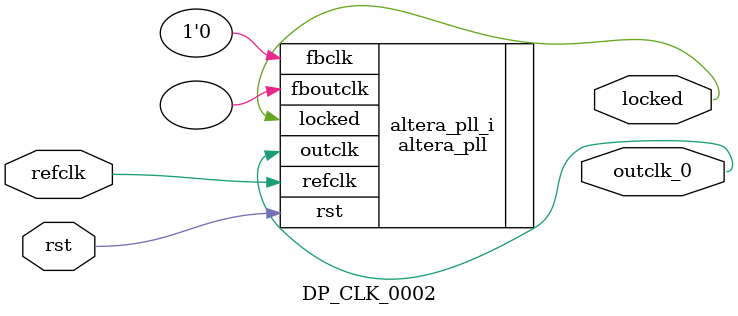
<source format=v>
`timescale 1ns/10ps
module  DP_CLK_0002(

	// interface 'refclk'
	input wire refclk,

	// interface 'reset'
	input wire rst,

	// interface 'outclk0'
	output wire outclk_0,

	// interface 'locked'
	output wire locked
);

	altera_pll #(
		.fractional_vco_multiplier("false"),
		.reference_clock_frequency("50.0 MHz"),
		.operation_mode("direct"),
		.number_of_clocks(1),
		.output_clock_frequency0("25.000000 MHz"),
		.phase_shift0("0 ps"),
		.duty_cycle0(50),
		.output_clock_frequency1("0 MHz"),
		.phase_shift1("0 ps"),
		.duty_cycle1(50),
		.output_clock_frequency2("0 MHz"),
		.phase_shift2("0 ps"),
		.duty_cycle2(50),
		.output_clock_frequency3("0 MHz"),
		.phase_shift3("0 ps"),
		.duty_cycle3(50),
		.output_clock_frequency4("0 MHz"),
		.phase_shift4("0 ps"),
		.duty_cycle4(50),
		.output_clock_frequency5("0 MHz"),
		.phase_shift5("0 ps"),
		.duty_cycle5(50),
		.output_clock_frequency6("0 MHz"),
		.phase_shift6("0 ps"),
		.duty_cycle6(50),
		.output_clock_frequency7("0 MHz"),
		.phase_shift7("0 ps"),
		.duty_cycle7(50),
		.output_clock_frequency8("0 MHz"),
		.phase_shift8("0 ps"),
		.duty_cycle8(50),
		.output_clock_frequency9("0 MHz"),
		.phase_shift9("0 ps"),
		.duty_cycle9(50),
		.output_clock_frequency10("0 MHz"),
		.phase_shift10("0 ps"),
		.duty_cycle10(50),
		.output_clock_frequency11("0 MHz"),
		.phase_shift11("0 ps"),
		.duty_cycle11(50),
		.output_clock_frequency12("0 MHz"),
		.phase_shift12("0 ps"),
		.duty_cycle12(50),
		.output_clock_frequency13("0 MHz"),
		.phase_shift13("0 ps"),
		.duty_cycle13(50),
		.output_clock_frequency14("0 MHz"),
		.phase_shift14("0 ps"),
		.duty_cycle14(50),
		.output_clock_frequency15("0 MHz"),
		.phase_shift15("0 ps"),
		.duty_cycle15(50),
		.output_clock_frequency16("0 MHz"),
		.phase_shift16("0 ps"),
		.duty_cycle16(50),
		.output_clock_frequency17("0 MHz"),
		.phase_shift17("0 ps"),
		.duty_cycle17(50),
		.pll_type("General"),
		.pll_subtype("General")
	) altera_pll_i (
		.rst	(rst),
		.outclk	({outclk_0}),
		.locked	(locked),
		.fboutclk	( ),
		.fbclk	(1'b0),
		.refclk	(refclk)
	);
endmodule


</source>
